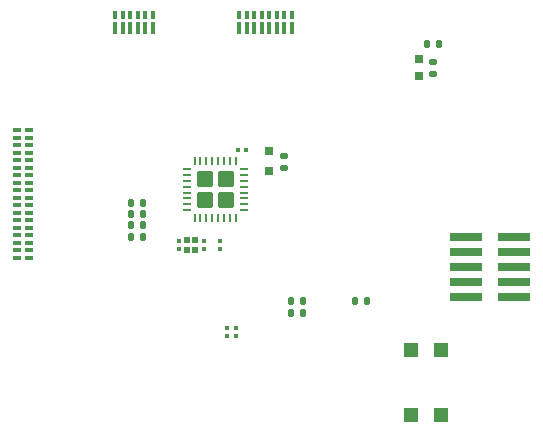
<source format=gbr>
%TF.GenerationSoftware,KiCad,Pcbnew,8.0.5*%
%TF.CreationDate,2025-10-24T05:58:17-05:00*%
%TF.ProjectId,iris-128s-adapter,69726973-2d31-4323-9873-2d6164617074,1.0.0*%
%TF.SameCoordinates,Original*%
%TF.FileFunction,Paste,Top*%
%TF.FilePolarity,Positive*%
%FSLAX46Y46*%
G04 Gerber Fmt 4.6, Leading zero omitted, Abs format (unit mm)*
G04 Created by KiCad (PCBNEW 8.0.5) date 2025-10-24 05:58:17*
%MOMM*%
%LPD*%
G01*
G04 APERTURE LIST*
G04 Aperture macros list*
%AMRoundRect*
0 Rectangle with rounded corners*
0 $1 Rounding radius*
0 $2 $3 $4 $5 $6 $7 $8 $9 X,Y pos of 4 corners*
0 Add a 4 corners polygon primitive as box body*
4,1,4,$2,$3,$4,$5,$6,$7,$8,$9,$2,$3,0*
0 Add four circle primitives for the rounded corners*
1,1,$1+$1,$2,$3*
1,1,$1+$1,$4,$5*
1,1,$1+$1,$6,$7*
1,1,$1+$1,$8,$9*
0 Add four rect primitives between the rounded corners*
20,1,$1+$1,$2,$3,$4,$5,0*
20,1,$1+$1,$4,$5,$6,$7,0*
20,1,$1+$1,$6,$7,$8,$9,0*
20,1,$1+$1,$8,$9,$2,$3,0*%
G04 Aperture macros list end*
%ADD10R,0.470000X0.520000*%
%ADD11R,0.381000X0.762000*%
%ADD12R,0.381000X1.016000*%
%ADD13R,2.794000X0.762000*%
%ADD14RoundRect,0.135000X-0.135000X-0.185000X0.135000X-0.185000X0.135000X0.185000X-0.135000X0.185000X0*%
%ADD15R,0.800000X0.800000*%
%ADD16RoundRect,0.079500X-0.100500X0.079500X-0.100500X-0.079500X0.100500X-0.079500X0.100500X0.079500X0*%
%ADD17R,0.762000X0.381000*%
%ADD18RoundRect,0.135000X0.135000X0.185000X-0.135000X0.185000X-0.135000X-0.185000X0.135000X-0.185000X0*%
%ADD19RoundRect,0.079500X-0.079500X-0.100500X0.079500X-0.100500X0.079500X0.100500X-0.079500X0.100500X0*%
%ADD20RoundRect,0.135000X0.185000X-0.135000X0.185000X0.135000X-0.185000X0.135000X-0.185000X-0.135000X0*%
%ADD21R,1.270000X1.270000*%
%ADD22RoundRect,0.135000X-0.185000X0.135000X-0.185000X-0.135000X0.185000X-0.135000X0.185000X0.135000X0*%
%ADD23RoundRect,0.250000X0.455000X-0.455000X0.455000X0.455000X-0.455000X0.455000X-0.455000X-0.455000X0*%
%ADD24R,0.250000X0.650000*%
%ADD25R,0.650000X0.250000*%
G04 APERTURE END LIST*
D10*
%TO.C,X1*%
X89294100Y-113904240D03*
X89294100Y-114724240D03*
X89964100Y-114724240D03*
X89964100Y-113904240D03*
%TD*%
D11*
%TO.C,S4*%
X98132680Y-94838080D03*
X97497680Y-94838080D03*
X96862680Y-94838080D03*
X96227680Y-94838080D03*
X95592680Y-94838080D03*
X94957680Y-94838080D03*
X94322680Y-94838080D03*
X93687680Y-94838080D03*
D12*
X98132680Y-95981080D03*
X97497680Y-95981080D03*
X96862680Y-95981080D03*
X96227680Y-95981080D03*
X95592680Y-95981080D03*
X94957680Y-95981080D03*
X94322680Y-95981080D03*
X93687680Y-95981080D03*
%TD*%
D13*
%TO.C,J4*%
X116951360Y-118745340D03*
X112887360Y-118745340D03*
X116951360Y-117475340D03*
X112887360Y-117475340D03*
X116951360Y-116205340D03*
X112887360Y-116205340D03*
X116951360Y-114935340D03*
X112887360Y-114935340D03*
X116951360Y-113665340D03*
X112887360Y-113665340D03*
%TD*%
D14*
%TO.C,R21*%
X109621880Y-97282000D03*
X110641880Y-97282000D03*
%TD*%
D15*
%TO.C,D4*%
X108909460Y-98566380D03*
X108909460Y-100066380D03*
%TD*%
D16*
%TO.C,C23*%
X90694500Y-113971400D03*
X90694500Y-114661400D03*
%TD*%
%TO.C,R3*%
X93379860Y-121351660D03*
X93379860Y-122041660D03*
%TD*%
D17*
%TO.C,S5*%
X74911100Y-104602500D03*
X74911100Y-105237500D03*
X74911100Y-105872500D03*
X74911100Y-106507500D03*
X74911100Y-107142500D03*
X74911100Y-107777500D03*
X74911100Y-108412500D03*
X74911100Y-109047500D03*
X74911100Y-109682500D03*
X74911100Y-110317500D03*
X74911100Y-110952500D03*
X74911100Y-111587500D03*
X74911100Y-112222500D03*
X74911100Y-112857500D03*
X74911100Y-113492500D03*
X74911100Y-114127500D03*
X74911100Y-114762500D03*
X74911100Y-115397500D03*
X75850900Y-104602500D03*
X75850900Y-105237500D03*
X75850900Y-105872500D03*
X75850900Y-106507500D03*
X75850900Y-107142500D03*
X75850900Y-107777500D03*
X75850900Y-108412500D03*
X75850900Y-109047500D03*
X75850900Y-109682500D03*
X75850900Y-110317500D03*
X75850900Y-110952500D03*
X75850900Y-111587500D03*
X75850900Y-112222500D03*
X75850900Y-112857500D03*
X75850900Y-113492500D03*
X75850900Y-114127500D03*
X75850900Y-114762500D03*
X75850900Y-115397500D03*
%TD*%
D11*
%TO.C,S1*%
X86369280Y-94838480D03*
X85734280Y-94838480D03*
X85099280Y-94838480D03*
X84464280Y-94838480D03*
X83829280Y-94838480D03*
X83194280Y-94838480D03*
D12*
X86369280Y-95981480D03*
X85734280Y-95981480D03*
X85099280Y-95981480D03*
X84464280Y-95981480D03*
X83829280Y-95981480D03*
X83194280Y-95981480D03*
%TD*%
D14*
%TO.C,R22*%
X98044500Y-119113000D03*
X99064500Y-119113000D03*
%TD*%
D18*
%TO.C,R6*%
X85523600Y-112679440D03*
X84503600Y-112679440D03*
%TD*%
%TO.C,R8*%
X85523600Y-110797100D03*
X84503600Y-110797100D03*
%TD*%
D16*
%TO.C,R4*%
X92678180Y-121351660D03*
X92678180Y-122041660D03*
%TD*%
%TO.C,C6*%
X92029240Y-113971400D03*
X92029240Y-114661400D03*
%TD*%
D18*
%TO.C,R5*%
X85523600Y-113619440D03*
X84503600Y-113619440D03*
%TD*%
D14*
%TO.C,R23*%
X98044500Y-120054760D03*
X99064500Y-120054760D03*
%TD*%
D15*
%TO.C,D3*%
X96245020Y-106417240D03*
X96245020Y-108067240D03*
%TD*%
D19*
%TO.C,C24*%
X93602680Y-106292240D03*
X94292680Y-106292240D03*
%TD*%
D20*
%TO.C,R19*%
X97464580Y-107814740D03*
X97464580Y-106794740D03*
%TD*%
D14*
%TO.C,R24*%
X103482640Y-119113000D03*
X104502640Y-119113000D03*
%TD*%
D21*
%TO.C,J6*%
X108230000Y-123256800D03*
X108230000Y-128743200D03*
X110770000Y-123256800D03*
X110770000Y-128743200D03*
%TD*%
D16*
%TO.C,C22*%
X88565920Y-113971400D03*
X88565920Y-114661400D03*
%TD*%
D22*
%TO.C,R20*%
X110127960Y-98868880D03*
X110127960Y-99888880D03*
%TD*%
D18*
%TO.C,R7*%
X85523600Y-111739440D03*
X84503600Y-111739440D03*
%TD*%
D23*
%TO.C,U1*%
X90777240Y-110517320D03*
X92527240Y-110517320D03*
X90777240Y-108767320D03*
X92527240Y-108767320D03*
D24*
X89902240Y-112067320D03*
X90402240Y-112067320D03*
X90902240Y-112067320D03*
X91402240Y-112067320D03*
X91902240Y-112067320D03*
X92402240Y-112067320D03*
X92902240Y-112067320D03*
X93402240Y-112067320D03*
D25*
X94077240Y-111392320D03*
X94077240Y-110892320D03*
X94077240Y-110392320D03*
X94077240Y-109892320D03*
X94077240Y-109392320D03*
X94077240Y-108892320D03*
X94077240Y-108392320D03*
X94077240Y-107892320D03*
D24*
X93402240Y-107217320D03*
X92902240Y-107217320D03*
X92402240Y-107217320D03*
X91902240Y-107217320D03*
X91402240Y-107217320D03*
X90902240Y-107217320D03*
X90402240Y-107217320D03*
X89902240Y-107217320D03*
D25*
X89227240Y-107892320D03*
X89227240Y-108392320D03*
X89227240Y-108892320D03*
X89227240Y-109392320D03*
X89227240Y-109892320D03*
X89227240Y-110392320D03*
X89227240Y-110892320D03*
X89227240Y-111392320D03*
%TD*%
M02*

</source>
